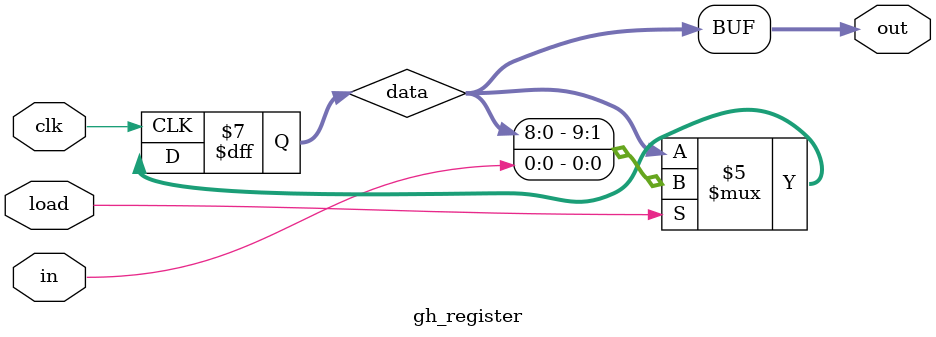
<source format=sv>
module gh_register #(parameter size = 10)
(
    input clk,
    input load,
    input logic in,
    output logic [size-1:0] out
);

logic [size-1:0] data = 0;

always_ff @(posedge clk)
begin
    if (load)
    begin
		  
        data = {data[size-2:0], in}; //latest branch takes the LSB
    end
end

always_comb
begin
    out = data;
end

endmodule : gh_register

</source>
